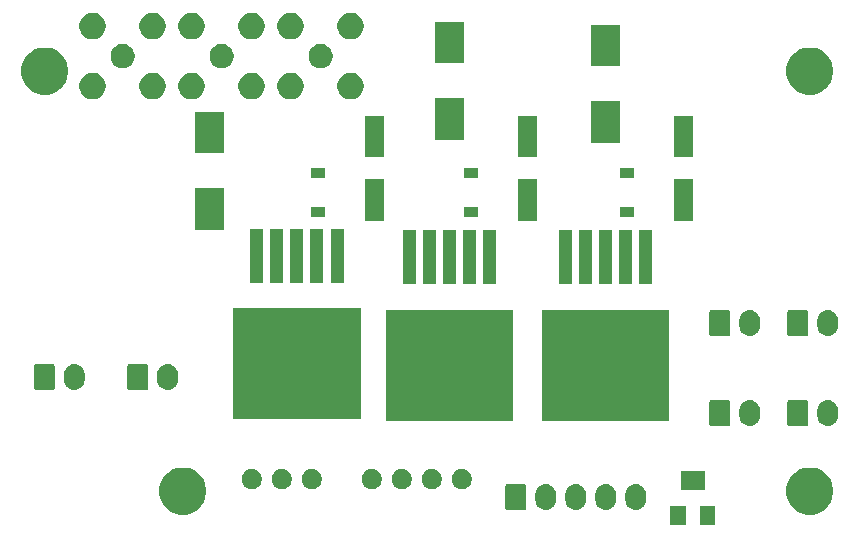
<source format=gbr>
G04 #@! TF.GenerationSoftware,KiCad,Pcbnew,5.1.4*
G04 #@! TF.CreationDate,2019-08-14T00:52:14-04:00*
G04 #@! TF.ProjectId,PowerRDP,506f7765-7252-4445-902e-6b696361645f,3*
G04 #@! TF.SameCoordinates,Original*
G04 #@! TF.FileFunction,Soldermask,Top*
G04 #@! TF.FilePolarity,Negative*
%FSLAX46Y46*%
G04 Gerber Fmt 4.6, Leading zero omitted, Abs format (unit mm)*
G04 Created by KiCad (PCBNEW 5.1.4) date 2019-08-14 00:52:14*
%MOMM*%
%LPD*%
G04 APERTURE LIST*
%ADD10C,0.100000*%
G04 APERTURE END LIST*
D10*
G36*
X144414000Y-89192000D02*
G01*
X143114000Y-89192000D01*
X143114000Y-87592000D01*
X144414000Y-87592000D01*
X144414000Y-89192000D01*
X144414000Y-89192000D01*
G37*
G36*
X141914000Y-89192000D02*
G01*
X140614000Y-89192000D01*
X140614000Y-87592000D01*
X141914000Y-87592000D01*
X141914000Y-89192000D01*
X141914000Y-89192000D01*
G37*
G36*
X152983377Y-84436858D02*
G01*
X153347353Y-84587622D01*
X153347355Y-84587623D01*
X153491237Y-84683762D01*
X153674925Y-84806498D01*
X153953502Y-85085075D01*
X154172378Y-85412647D01*
X154323142Y-85776623D01*
X154400000Y-86163016D01*
X154400000Y-86556984D01*
X154323142Y-86943377D01*
X154172378Y-87307353D01*
X153953502Y-87634925D01*
X153674925Y-87913502D01*
X153512251Y-88022197D01*
X153347355Y-88132377D01*
X153347354Y-88132378D01*
X153347353Y-88132378D01*
X152983377Y-88283142D01*
X152596984Y-88360000D01*
X152203016Y-88360000D01*
X151816623Y-88283142D01*
X151452647Y-88132378D01*
X151452646Y-88132378D01*
X151452645Y-88132377D01*
X151287749Y-88022197D01*
X151125075Y-87913502D01*
X150846498Y-87634925D01*
X150627622Y-87307353D01*
X150476858Y-86943377D01*
X150400000Y-86556984D01*
X150400000Y-86163016D01*
X150476858Y-85776623D01*
X150627622Y-85412647D01*
X150846498Y-85085075D01*
X151125075Y-84806498D01*
X151308763Y-84683762D01*
X151452645Y-84587623D01*
X151452647Y-84587622D01*
X151816623Y-84436858D01*
X152203016Y-84360000D01*
X152596984Y-84360000D01*
X152983377Y-84436858D01*
X152983377Y-84436858D01*
G37*
G36*
X99897377Y-84436858D02*
G01*
X100261353Y-84587622D01*
X100261355Y-84587623D01*
X100405237Y-84683762D01*
X100588925Y-84806498D01*
X100867502Y-85085075D01*
X101086378Y-85412647D01*
X101237142Y-85776623D01*
X101314000Y-86163016D01*
X101314000Y-86556984D01*
X101237142Y-86943377D01*
X101086378Y-87307353D01*
X100867502Y-87634925D01*
X100588925Y-87913502D01*
X100426251Y-88022197D01*
X100261355Y-88132377D01*
X100261354Y-88132378D01*
X100261353Y-88132378D01*
X99897377Y-88283142D01*
X99510984Y-88360000D01*
X99117016Y-88360000D01*
X98730623Y-88283142D01*
X98366647Y-88132378D01*
X98366646Y-88132378D01*
X98366645Y-88132377D01*
X98201749Y-88022197D01*
X98039075Y-87913502D01*
X97760498Y-87634925D01*
X97541622Y-87307353D01*
X97390858Y-86943377D01*
X97314000Y-86556984D01*
X97314000Y-86163016D01*
X97390858Y-85776623D01*
X97541622Y-85412647D01*
X97760498Y-85085075D01*
X98039075Y-84806498D01*
X98222763Y-84683762D01*
X98366645Y-84587623D01*
X98366647Y-84587622D01*
X98730623Y-84436858D01*
X99117016Y-84360000D01*
X99510984Y-84360000D01*
X99897377Y-84436858D01*
X99897377Y-84436858D01*
G37*
G36*
X132758547Y-85780588D02*
G01*
X132922547Y-85830337D01*
X133073683Y-85911121D01*
X133206160Y-86019840D01*
X133314879Y-86152317D01*
X133395663Y-86303452D01*
X133445412Y-86467452D01*
X133458000Y-86595262D01*
X133458000Y-87140737D01*
X133445412Y-87268547D01*
X133395663Y-87432548D01*
X133314879Y-87583683D01*
X133206160Y-87716160D01*
X133073683Y-87824879D01*
X132922548Y-87905663D01*
X132758548Y-87955412D01*
X132588000Y-87972209D01*
X132417453Y-87955412D01*
X132253453Y-87905663D01*
X132102318Y-87824879D01*
X131969841Y-87716160D01*
X131861123Y-87583685D01*
X131861122Y-87583683D01*
X131823518Y-87513332D01*
X131780336Y-87432546D01*
X131730588Y-87268548D01*
X131718000Y-87140738D01*
X131718000Y-86595263D01*
X131730588Y-86467453D01*
X131780337Y-86303453D01*
X131861121Y-86152317D01*
X131969840Y-86019840D01*
X132102317Y-85911121D01*
X132253452Y-85830337D01*
X132417452Y-85780588D01*
X132588000Y-85763791D01*
X132758547Y-85780588D01*
X132758547Y-85780588D01*
G37*
G36*
X135298547Y-85780588D02*
G01*
X135462547Y-85830337D01*
X135613683Y-85911121D01*
X135746160Y-86019840D01*
X135854879Y-86152317D01*
X135935663Y-86303452D01*
X135985412Y-86467452D01*
X135998000Y-86595262D01*
X135998000Y-87140737D01*
X135985412Y-87268547D01*
X135935663Y-87432548D01*
X135854879Y-87583683D01*
X135746160Y-87716160D01*
X135613683Y-87824879D01*
X135462548Y-87905663D01*
X135298548Y-87955412D01*
X135128000Y-87972209D01*
X134957453Y-87955412D01*
X134793453Y-87905663D01*
X134642318Y-87824879D01*
X134509841Y-87716160D01*
X134401123Y-87583685D01*
X134401122Y-87583683D01*
X134363518Y-87513332D01*
X134320336Y-87432546D01*
X134270588Y-87268548D01*
X134258000Y-87140738D01*
X134258000Y-86595263D01*
X134270588Y-86467453D01*
X134320337Y-86303453D01*
X134401121Y-86152317D01*
X134509840Y-86019840D01*
X134642317Y-85911121D01*
X134793452Y-85830337D01*
X134957452Y-85780588D01*
X135128000Y-85763791D01*
X135298547Y-85780588D01*
X135298547Y-85780588D01*
G37*
G36*
X137838547Y-85780588D02*
G01*
X138002547Y-85830337D01*
X138153683Y-85911121D01*
X138286160Y-86019840D01*
X138394879Y-86152317D01*
X138475663Y-86303452D01*
X138525412Y-86467452D01*
X138538000Y-86595262D01*
X138538000Y-87140737D01*
X138525412Y-87268547D01*
X138475663Y-87432548D01*
X138394879Y-87583683D01*
X138286160Y-87716160D01*
X138153683Y-87824879D01*
X138002548Y-87905663D01*
X137838548Y-87955412D01*
X137668000Y-87972209D01*
X137497453Y-87955412D01*
X137333453Y-87905663D01*
X137182318Y-87824879D01*
X137049841Y-87716160D01*
X136941123Y-87583685D01*
X136941122Y-87583683D01*
X136903518Y-87513332D01*
X136860336Y-87432546D01*
X136810588Y-87268548D01*
X136798000Y-87140738D01*
X136798000Y-86595263D01*
X136810588Y-86467453D01*
X136860337Y-86303453D01*
X136941121Y-86152317D01*
X137049840Y-86019840D01*
X137182317Y-85911121D01*
X137333452Y-85830337D01*
X137497452Y-85780588D01*
X137668000Y-85763791D01*
X137838547Y-85780588D01*
X137838547Y-85780588D01*
G37*
G36*
X130218547Y-85780588D02*
G01*
X130382547Y-85830337D01*
X130533683Y-85911121D01*
X130666160Y-86019840D01*
X130774879Y-86152317D01*
X130855663Y-86303452D01*
X130905412Y-86467452D01*
X130918000Y-86595262D01*
X130918000Y-87140737D01*
X130905412Y-87268547D01*
X130855663Y-87432548D01*
X130774879Y-87583683D01*
X130666160Y-87716160D01*
X130533683Y-87824879D01*
X130382548Y-87905663D01*
X130218548Y-87955412D01*
X130048000Y-87972209D01*
X129877453Y-87955412D01*
X129713453Y-87905663D01*
X129562318Y-87824879D01*
X129429841Y-87716160D01*
X129321123Y-87583685D01*
X129321122Y-87583683D01*
X129283518Y-87513332D01*
X129240336Y-87432546D01*
X129190588Y-87268548D01*
X129178000Y-87140738D01*
X129178000Y-86595263D01*
X129190588Y-86467453D01*
X129240337Y-86303453D01*
X129321121Y-86152317D01*
X129429840Y-86019840D01*
X129562317Y-85911121D01*
X129713452Y-85830337D01*
X129877452Y-85780588D01*
X130048000Y-85763791D01*
X130218547Y-85780588D01*
X130218547Y-85780588D01*
G37*
G36*
X128248355Y-85771685D02*
G01*
X128278434Y-85780809D01*
X128306146Y-85795622D01*
X128330441Y-85815559D01*
X128350378Y-85839854D01*
X128365191Y-85867566D01*
X128374315Y-85897645D01*
X128378000Y-85935059D01*
X128378000Y-87800941D01*
X128374315Y-87838355D01*
X128365191Y-87868434D01*
X128350378Y-87896146D01*
X128330441Y-87920441D01*
X128306146Y-87940378D01*
X128278434Y-87955191D01*
X128248355Y-87964315D01*
X128210941Y-87968000D01*
X126805059Y-87968000D01*
X126767645Y-87964315D01*
X126737566Y-87955191D01*
X126709854Y-87940378D01*
X126685559Y-87920441D01*
X126665622Y-87896146D01*
X126650809Y-87868434D01*
X126641685Y-87838355D01*
X126638000Y-87800941D01*
X126638000Y-85935059D01*
X126641685Y-85897645D01*
X126650809Y-85867566D01*
X126665622Y-85839854D01*
X126685559Y-85815559D01*
X126709854Y-85795622D01*
X126737566Y-85780809D01*
X126767645Y-85771685D01*
X126805059Y-85768000D01*
X128210941Y-85768000D01*
X128248355Y-85771685D01*
X128248355Y-85771685D01*
G37*
G36*
X143514000Y-86292000D02*
G01*
X141514000Y-86292000D01*
X141514000Y-84692000D01*
X143514000Y-84692000D01*
X143514000Y-86292000D01*
X143514000Y-86292000D01*
G37*
G36*
X110483935Y-84526664D02*
G01*
X110631099Y-84587622D01*
X110638626Y-84590740D01*
X110777844Y-84683762D01*
X110896238Y-84802156D01*
X110989260Y-84941374D01*
X110989261Y-84941376D01*
X111053336Y-85096065D01*
X111086000Y-85260281D01*
X111086000Y-85427719D01*
X111053336Y-85591935D01*
X110989261Y-85746624D01*
X110989260Y-85746626D01*
X110896238Y-85885844D01*
X110777844Y-86004238D01*
X110638626Y-86097260D01*
X110638625Y-86097261D01*
X110638624Y-86097261D01*
X110483935Y-86161336D01*
X110319719Y-86194000D01*
X110152281Y-86194000D01*
X109988065Y-86161336D01*
X109833376Y-86097261D01*
X109833375Y-86097261D01*
X109833374Y-86097260D01*
X109694156Y-86004238D01*
X109575762Y-85885844D01*
X109482740Y-85746626D01*
X109482739Y-85746624D01*
X109418664Y-85591935D01*
X109386000Y-85427719D01*
X109386000Y-85260281D01*
X109418664Y-85096065D01*
X109482739Y-84941376D01*
X109482740Y-84941374D01*
X109575762Y-84802156D01*
X109694156Y-84683762D01*
X109833374Y-84590740D01*
X109840901Y-84587622D01*
X109988065Y-84526664D01*
X110152281Y-84494000D01*
X110319719Y-84494000D01*
X110483935Y-84526664D01*
X110483935Y-84526664D01*
G37*
G36*
X115563935Y-84526664D02*
G01*
X115711099Y-84587622D01*
X115718626Y-84590740D01*
X115857844Y-84683762D01*
X115976238Y-84802156D01*
X116069260Y-84941374D01*
X116069261Y-84941376D01*
X116133336Y-85096065D01*
X116166000Y-85260281D01*
X116166000Y-85427719D01*
X116133336Y-85591935D01*
X116069261Y-85746624D01*
X116069260Y-85746626D01*
X115976238Y-85885844D01*
X115857844Y-86004238D01*
X115718626Y-86097260D01*
X115718625Y-86097261D01*
X115718624Y-86097261D01*
X115563935Y-86161336D01*
X115399719Y-86194000D01*
X115232281Y-86194000D01*
X115068065Y-86161336D01*
X114913376Y-86097261D01*
X114913375Y-86097261D01*
X114913374Y-86097260D01*
X114774156Y-86004238D01*
X114655762Y-85885844D01*
X114562740Y-85746626D01*
X114562739Y-85746624D01*
X114498664Y-85591935D01*
X114466000Y-85427719D01*
X114466000Y-85260281D01*
X114498664Y-85096065D01*
X114562739Y-84941376D01*
X114562740Y-84941374D01*
X114655762Y-84802156D01*
X114774156Y-84683762D01*
X114913374Y-84590740D01*
X114920901Y-84587622D01*
X115068065Y-84526664D01*
X115232281Y-84494000D01*
X115399719Y-84494000D01*
X115563935Y-84526664D01*
X115563935Y-84526664D01*
G37*
G36*
X118103935Y-84526664D02*
G01*
X118251099Y-84587622D01*
X118258626Y-84590740D01*
X118397844Y-84683762D01*
X118516238Y-84802156D01*
X118609260Y-84941374D01*
X118609261Y-84941376D01*
X118673336Y-85096065D01*
X118706000Y-85260281D01*
X118706000Y-85427719D01*
X118673336Y-85591935D01*
X118609261Y-85746624D01*
X118609260Y-85746626D01*
X118516238Y-85885844D01*
X118397844Y-86004238D01*
X118258626Y-86097260D01*
X118258625Y-86097261D01*
X118258624Y-86097261D01*
X118103935Y-86161336D01*
X117939719Y-86194000D01*
X117772281Y-86194000D01*
X117608065Y-86161336D01*
X117453376Y-86097261D01*
X117453375Y-86097261D01*
X117453374Y-86097260D01*
X117314156Y-86004238D01*
X117195762Y-85885844D01*
X117102740Y-85746626D01*
X117102739Y-85746624D01*
X117038664Y-85591935D01*
X117006000Y-85427719D01*
X117006000Y-85260281D01*
X117038664Y-85096065D01*
X117102739Y-84941376D01*
X117102740Y-84941374D01*
X117195762Y-84802156D01*
X117314156Y-84683762D01*
X117453374Y-84590740D01*
X117460901Y-84587622D01*
X117608065Y-84526664D01*
X117772281Y-84494000D01*
X117939719Y-84494000D01*
X118103935Y-84526664D01*
X118103935Y-84526664D01*
G37*
G36*
X120643935Y-84526664D02*
G01*
X120791099Y-84587622D01*
X120798626Y-84590740D01*
X120937844Y-84683762D01*
X121056238Y-84802156D01*
X121149260Y-84941374D01*
X121149261Y-84941376D01*
X121213336Y-85096065D01*
X121246000Y-85260281D01*
X121246000Y-85427719D01*
X121213336Y-85591935D01*
X121149261Y-85746624D01*
X121149260Y-85746626D01*
X121056238Y-85885844D01*
X120937844Y-86004238D01*
X120798626Y-86097260D01*
X120798625Y-86097261D01*
X120798624Y-86097261D01*
X120643935Y-86161336D01*
X120479719Y-86194000D01*
X120312281Y-86194000D01*
X120148065Y-86161336D01*
X119993376Y-86097261D01*
X119993375Y-86097261D01*
X119993374Y-86097260D01*
X119854156Y-86004238D01*
X119735762Y-85885844D01*
X119642740Y-85746626D01*
X119642739Y-85746624D01*
X119578664Y-85591935D01*
X119546000Y-85427719D01*
X119546000Y-85260281D01*
X119578664Y-85096065D01*
X119642739Y-84941376D01*
X119642740Y-84941374D01*
X119735762Y-84802156D01*
X119854156Y-84683762D01*
X119993374Y-84590740D01*
X120000901Y-84587622D01*
X120148065Y-84526664D01*
X120312281Y-84494000D01*
X120479719Y-84494000D01*
X120643935Y-84526664D01*
X120643935Y-84526664D01*
G37*
G36*
X123183935Y-84526664D02*
G01*
X123331099Y-84587622D01*
X123338626Y-84590740D01*
X123477844Y-84683762D01*
X123596238Y-84802156D01*
X123689260Y-84941374D01*
X123689261Y-84941376D01*
X123753336Y-85096065D01*
X123786000Y-85260281D01*
X123786000Y-85427719D01*
X123753336Y-85591935D01*
X123689261Y-85746624D01*
X123689260Y-85746626D01*
X123596238Y-85885844D01*
X123477844Y-86004238D01*
X123338626Y-86097260D01*
X123338625Y-86097261D01*
X123338624Y-86097261D01*
X123183935Y-86161336D01*
X123019719Y-86194000D01*
X122852281Y-86194000D01*
X122688065Y-86161336D01*
X122533376Y-86097261D01*
X122533375Y-86097261D01*
X122533374Y-86097260D01*
X122394156Y-86004238D01*
X122275762Y-85885844D01*
X122182740Y-85746626D01*
X122182739Y-85746624D01*
X122118664Y-85591935D01*
X122086000Y-85427719D01*
X122086000Y-85260281D01*
X122118664Y-85096065D01*
X122182739Y-84941376D01*
X122182740Y-84941374D01*
X122275762Y-84802156D01*
X122394156Y-84683762D01*
X122533374Y-84590740D01*
X122540901Y-84587622D01*
X122688065Y-84526664D01*
X122852281Y-84494000D01*
X123019719Y-84494000D01*
X123183935Y-84526664D01*
X123183935Y-84526664D01*
G37*
G36*
X107943935Y-84526664D02*
G01*
X108091099Y-84587622D01*
X108098626Y-84590740D01*
X108237844Y-84683762D01*
X108356238Y-84802156D01*
X108449260Y-84941374D01*
X108449261Y-84941376D01*
X108513336Y-85096065D01*
X108546000Y-85260281D01*
X108546000Y-85427719D01*
X108513336Y-85591935D01*
X108449261Y-85746624D01*
X108449260Y-85746626D01*
X108356238Y-85885844D01*
X108237844Y-86004238D01*
X108098626Y-86097260D01*
X108098625Y-86097261D01*
X108098624Y-86097261D01*
X107943935Y-86161336D01*
X107779719Y-86194000D01*
X107612281Y-86194000D01*
X107448065Y-86161336D01*
X107293376Y-86097261D01*
X107293375Y-86097261D01*
X107293374Y-86097260D01*
X107154156Y-86004238D01*
X107035762Y-85885844D01*
X106942740Y-85746626D01*
X106942739Y-85746624D01*
X106878664Y-85591935D01*
X106846000Y-85427719D01*
X106846000Y-85260281D01*
X106878664Y-85096065D01*
X106942739Y-84941376D01*
X106942740Y-84941374D01*
X107035762Y-84802156D01*
X107154156Y-84683762D01*
X107293374Y-84590740D01*
X107300901Y-84587622D01*
X107448065Y-84526664D01*
X107612281Y-84494000D01*
X107779719Y-84494000D01*
X107943935Y-84526664D01*
X107943935Y-84526664D01*
G37*
G36*
X105403935Y-84526664D02*
G01*
X105551099Y-84587622D01*
X105558626Y-84590740D01*
X105697844Y-84683762D01*
X105816238Y-84802156D01*
X105909260Y-84941374D01*
X105909261Y-84941376D01*
X105973336Y-85096065D01*
X106006000Y-85260281D01*
X106006000Y-85427719D01*
X105973336Y-85591935D01*
X105909261Y-85746624D01*
X105909260Y-85746626D01*
X105816238Y-85885844D01*
X105697844Y-86004238D01*
X105558626Y-86097260D01*
X105558625Y-86097261D01*
X105558624Y-86097261D01*
X105403935Y-86161336D01*
X105239719Y-86194000D01*
X105072281Y-86194000D01*
X104908065Y-86161336D01*
X104753376Y-86097261D01*
X104753375Y-86097261D01*
X104753374Y-86097260D01*
X104614156Y-86004238D01*
X104495762Y-85885844D01*
X104402740Y-85746626D01*
X104402739Y-85746624D01*
X104338664Y-85591935D01*
X104306000Y-85427719D01*
X104306000Y-85260281D01*
X104338664Y-85096065D01*
X104402739Y-84941376D01*
X104402740Y-84941374D01*
X104495762Y-84802156D01*
X104614156Y-84683762D01*
X104753374Y-84590740D01*
X104760901Y-84587622D01*
X104908065Y-84526664D01*
X105072281Y-84494000D01*
X105239719Y-84494000D01*
X105403935Y-84526664D01*
X105403935Y-84526664D01*
G37*
G36*
X154094547Y-78668588D02*
G01*
X154258547Y-78718337D01*
X154409683Y-78799121D01*
X154542160Y-78907840D01*
X154650879Y-79040317D01*
X154731663Y-79191452D01*
X154781412Y-79355452D01*
X154794000Y-79483262D01*
X154794000Y-80028737D01*
X154781412Y-80156547D01*
X154731663Y-80320548D01*
X154650879Y-80471683D01*
X154542160Y-80604160D01*
X154409683Y-80712879D01*
X154258548Y-80793663D01*
X154094548Y-80843412D01*
X153924000Y-80860209D01*
X153753453Y-80843412D01*
X153589453Y-80793663D01*
X153438318Y-80712879D01*
X153305841Y-80604160D01*
X153197123Y-80471685D01*
X153197122Y-80471683D01*
X153154530Y-80392000D01*
X153116336Y-80320546D01*
X153066588Y-80156548D01*
X153054000Y-80028738D01*
X153054000Y-79483263D01*
X153066588Y-79355453D01*
X153116337Y-79191453D01*
X153197121Y-79040317D01*
X153305840Y-78907840D01*
X153438317Y-78799121D01*
X153589452Y-78718337D01*
X153753452Y-78668588D01*
X153924000Y-78651791D01*
X154094547Y-78668588D01*
X154094547Y-78668588D01*
G37*
G36*
X147490547Y-78668588D02*
G01*
X147654547Y-78718337D01*
X147805683Y-78799121D01*
X147938160Y-78907840D01*
X148046879Y-79040317D01*
X148127663Y-79191452D01*
X148177412Y-79355452D01*
X148190000Y-79483262D01*
X148190000Y-80028737D01*
X148177412Y-80156547D01*
X148127663Y-80320548D01*
X148046879Y-80471683D01*
X147938160Y-80604160D01*
X147805683Y-80712879D01*
X147654548Y-80793663D01*
X147490548Y-80843412D01*
X147320000Y-80860209D01*
X147149453Y-80843412D01*
X146985453Y-80793663D01*
X146834318Y-80712879D01*
X146701841Y-80604160D01*
X146593123Y-80471685D01*
X146593122Y-80471683D01*
X146550530Y-80392000D01*
X146512336Y-80320546D01*
X146462588Y-80156548D01*
X146450000Y-80028738D01*
X146450000Y-79483263D01*
X146462588Y-79355453D01*
X146512337Y-79191453D01*
X146593121Y-79040317D01*
X146701840Y-78907840D01*
X146834317Y-78799121D01*
X146985452Y-78718337D01*
X147149452Y-78668588D01*
X147320000Y-78651791D01*
X147490547Y-78668588D01*
X147490547Y-78668588D01*
G37*
G36*
X145520355Y-78659685D02*
G01*
X145550434Y-78668809D01*
X145578146Y-78683622D01*
X145602441Y-78703559D01*
X145622378Y-78727854D01*
X145637191Y-78755566D01*
X145646315Y-78785645D01*
X145650000Y-78823059D01*
X145650000Y-80688941D01*
X145646315Y-80726355D01*
X145637191Y-80756434D01*
X145622378Y-80784146D01*
X145602441Y-80808441D01*
X145578146Y-80828378D01*
X145550434Y-80843191D01*
X145520355Y-80852315D01*
X145482941Y-80856000D01*
X144077059Y-80856000D01*
X144039645Y-80852315D01*
X144009566Y-80843191D01*
X143981854Y-80828378D01*
X143957559Y-80808441D01*
X143937622Y-80784146D01*
X143922809Y-80756434D01*
X143913685Y-80726355D01*
X143910000Y-80688941D01*
X143910000Y-78823059D01*
X143913685Y-78785645D01*
X143922809Y-78755566D01*
X143937622Y-78727854D01*
X143957559Y-78703559D01*
X143981854Y-78683622D01*
X144009566Y-78668809D01*
X144039645Y-78659685D01*
X144077059Y-78656000D01*
X145482941Y-78656000D01*
X145520355Y-78659685D01*
X145520355Y-78659685D01*
G37*
G36*
X152124355Y-78659685D02*
G01*
X152154434Y-78668809D01*
X152182146Y-78683622D01*
X152206441Y-78703559D01*
X152226378Y-78727854D01*
X152241191Y-78755566D01*
X152250315Y-78785645D01*
X152254000Y-78823059D01*
X152254000Y-80688941D01*
X152250315Y-80726355D01*
X152241191Y-80756434D01*
X152226378Y-80784146D01*
X152206441Y-80808441D01*
X152182146Y-80828378D01*
X152154434Y-80843191D01*
X152124355Y-80852315D01*
X152086941Y-80856000D01*
X150681059Y-80856000D01*
X150643645Y-80852315D01*
X150613566Y-80843191D01*
X150585854Y-80828378D01*
X150561559Y-80808441D01*
X150541622Y-80784146D01*
X150526809Y-80756434D01*
X150517685Y-80726355D01*
X150514000Y-80688941D01*
X150514000Y-78823059D01*
X150517685Y-78785645D01*
X150526809Y-78755566D01*
X150541622Y-78727854D01*
X150561559Y-78703559D01*
X150585854Y-78683622D01*
X150613566Y-78668809D01*
X150643645Y-78659685D01*
X150681059Y-78656000D01*
X152086941Y-78656000D01*
X152124355Y-78659685D01*
X152124355Y-78659685D01*
G37*
G36*
X140528000Y-80392000D02*
G01*
X129728000Y-80392000D01*
X129728000Y-70992000D01*
X140528000Y-70992000D01*
X140528000Y-80392000D01*
X140528000Y-80392000D01*
G37*
G36*
X127320000Y-80392000D02*
G01*
X116520000Y-80392000D01*
X116520000Y-70992000D01*
X127320000Y-70992000D01*
X127320000Y-80392000D01*
X127320000Y-80392000D01*
G37*
G36*
X114385000Y-80277000D02*
G01*
X103585000Y-80277000D01*
X103585000Y-70877000D01*
X114385000Y-70877000D01*
X114385000Y-80277000D01*
X114385000Y-80277000D01*
G37*
G36*
X98210547Y-75620588D02*
G01*
X98374547Y-75670337D01*
X98525683Y-75751121D01*
X98658160Y-75859840D01*
X98766879Y-75992317D01*
X98847663Y-76143452D01*
X98897412Y-76307452D01*
X98910000Y-76435262D01*
X98910000Y-76980737D01*
X98897412Y-77108547D01*
X98847663Y-77272548D01*
X98766879Y-77423683D01*
X98658160Y-77556160D01*
X98525683Y-77664879D01*
X98374548Y-77745663D01*
X98210548Y-77795412D01*
X98040000Y-77812209D01*
X97869453Y-77795412D01*
X97705453Y-77745663D01*
X97554318Y-77664879D01*
X97421841Y-77556160D01*
X97313123Y-77423685D01*
X97313122Y-77423683D01*
X97275518Y-77353332D01*
X97232336Y-77272546D01*
X97182588Y-77108548D01*
X97170000Y-76980738D01*
X97170000Y-76435263D01*
X97182588Y-76307453D01*
X97232337Y-76143453D01*
X97313121Y-75992317D01*
X97421840Y-75859840D01*
X97554317Y-75751121D01*
X97705452Y-75670337D01*
X97869452Y-75620588D01*
X98040000Y-75603791D01*
X98210547Y-75620588D01*
X98210547Y-75620588D01*
G37*
G36*
X96240355Y-75611685D02*
G01*
X96270434Y-75620809D01*
X96298146Y-75635622D01*
X96322441Y-75655559D01*
X96342378Y-75679854D01*
X96357191Y-75707566D01*
X96366315Y-75737645D01*
X96370000Y-75775059D01*
X96370000Y-77640941D01*
X96366315Y-77678355D01*
X96357191Y-77708434D01*
X96342378Y-77736146D01*
X96322441Y-77760441D01*
X96298146Y-77780378D01*
X96270434Y-77795191D01*
X96240355Y-77804315D01*
X96202941Y-77808000D01*
X94797059Y-77808000D01*
X94759645Y-77804315D01*
X94729566Y-77795191D01*
X94701854Y-77780378D01*
X94677559Y-77760441D01*
X94657622Y-77736146D01*
X94642809Y-77708434D01*
X94633685Y-77678355D01*
X94630000Y-77640941D01*
X94630000Y-75775059D01*
X94633685Y-75737645D01*
X94642809Y-75707566D01*
X94657622Y-75679854D01*
X94677559Y-75655559D01*
X94701854Y-75635622D01*
X94729566Y-75620809D01*
X94759645Y-75611685D01*
X94797059Y-75608000D01*
X96202941Y-75608000D01*
X96240355Y-75611685D01*
X96240355Y-75611685D01*
G37*
G36*
X90310547Y-75612588D02*
G01*
X90474547Y-75662337D01*
X90625683Y-75743121D01*
X90758160Y-75851840D01*
X90866879Y-75984317D01*
X90947663Y-76135452D01*
X90997412Y-76299452D01*
X91010000Y-76427262D01*
X91010000Y-76972737D01*
X90997412Y-77100547D01*
X90947663Y-77264548D01*
X90866879Y-77415683D01*
X90758160Y-77548160D01*
X90625683Y-77656879D01*
X90474548Y-77737663D01*
X90310548Y-77787412D01*
X90140000Y-77804209D01*
X89969453Y-77787412D01*
X89805453Y-77737663D01*
X89654318Y-77656879D01*
X89521841Y-77548160D01*
X89419688Y-77423685D01*
X89413122Y-77415684D01*
X89375518Y-77345332D01*
X89332336Y-77264546D01*
X89282588Y-77100548D01*
X89270000Y-76972738D01*
X89270000Y-76427263D01*
X89282588Y-76299453D01*
X89329910Y-76143453D01*
X89332336Y-76135456D01*
X89332337Y-76135453D01*
X89413121Y-75984317D01*
X89521840Y-75851840D01*
X89654317Y-75743121D01*
X89805452Y-75662337D01*
X89969452Y-75612588D01*
X90140000Y-75595791D01*
X90310547Y-75612588D01*
X90310547Y-75612588D01*
G37*
G36*
X88340355Y-75603685D02*
G01*
X88370434Y-75612809D01*
X88398146Y-75627622D01*
X88422441Y-75647559D01*
X88442378Y-75671854D01*
X88457191Y-75699566D01*
X88466315Y-75729645D01*
X88470000Y-75767059D01*
X88470000Y-77632941D01*
X88466315Y-77670355D01*
X88457191Y-77700434D01*
X88442378Y-77728146D01*
X88422441Y-77752441D01*
X88398146Y-77772378D01*
X88370434Y-77787191D01*
X88340355Y-77796315D01*
X88302941Y-77800000D01*
X86897059Y-77800000D01*
X86859645Y-77796315D01*
X86829566Y-77787191D01*
X86801854Y-77772378D01*
X86777559Y-77752441D01*
X86757622Y-77728146D01*
X86742809Y-77700434D01*
X86733685Y-77670355D01*
X86730000Y-77632941D01*
X86730000Y-75767059D01*
X86733685Y-75729645D01*
X86742809Y-75699566D01*
X86757622Y-75671854D01*
X86777559Y-75647559D01*
X86801854Y-75627622D01*
X86829566Y-75612809D01*
X86859645Y-75603685D01*
X86897059Y-75600000D01*
X88302941Y-75600000D01*
X88340355Y-75603685D01*
X88340355Y-75603685D01*
G37*
G36*
X147490547Y-71048588D02*
G01*
X147654547Y-71098337D01*
X147805683Y-71179121D01*
X147938160Y-71287840D01*
X148046879Y-71420317D01*
X148127663Y-71571452D01*
X148177412Y-71735452D01*
X148190000Y-71863262D01*
X148190000Y-72408737D01*
X148177412Y-72536547D01*
X148127663Y-72700548D01*
X148046879Y-72851683D01*
X147938160Y-72984160D01*
X147805683Y-73092879D01*
X147654548Y-73173663D01*
X147490548Y-73223412D01*
X147320000Y-73240209D01*
X147149453Y-73223412D01*
X146985453Y-73173663D01*
X146834318Y-73092879D01*
X146701841Y-72984160D01*
X146593123Y-72851685D01*
X146593122Y-72851683D01*
X146555518Y-72781332D01*
X146512336Y-72700546D01*
X146462588Y-72536548D01*
X146450000Y-72408738D01*
X146450000Y-71863263D01*
X146462588Y-71735453D01*
X146512337Y-71571453D01*
X146593121Y-71420317D01*
X146701840Y-71287840D01*
X146834317Y-71179121D01*
X146985452Y-71098337D01*
X147149452Y-71048588D01*
X147320000Y-71031791D01*
X147490547Y-71048588D01*
X147490547Y-71048588D01*
G37*
G36*
X154094547Y-71048588D02*
G01*
X154258547Y-71098337D01*
X154409683Y-71179121D01*
X154542160Y-71287840D01*
X154650879Y-71420317D01*
X154731663Y-71571452D01*
X154781412Y-71735452D01*
X154794000Y-71863262D01*
X154794000Y-72408737D01*
X154781412Y-72536547D01*
X154731663Y-72700548D01*
X154650879Y-72851683D01*
X154542160Y-72984160D01*
X154409683Y-73092879D01*
X154258548Y-73173663D01*
X154094548Y-73223412D01*
X153924000Y-73240209D01*
X153753453Y-73223412D01*
X153589453Y-73173663D01*
X153438318Y-73092879D01*
X153305841Y-72984160D01*
X153197123Y-72851685D01*
X153197122Y-72851683D01*
X153159518Y-72781332D01*
X153116336Y-72700546D01*
X153066588Y-72536548D01*
X153054000Y-72408738D01*
X153054000Y-71863263D01*
X153066588Y-71735453D01*
X153116337Y-71571453D01*
X153197121Y-71420317D01*
X153305840Y-71287840D01*
X153438317Y-71179121D01*
X153589452Y-71098337D01*
X153753452Y-71048588D01*
X153924000Y-71031791D01*
X154094547Y-71048588D01*
X154094547Y-71048588D01*
G37*
G36*
X145520355Y-71039685D02*
G01*
X145550434Y-71048809D01*
X145578146Y-71063622D01*
X145602441Y-71083559D01*
X145622378Y-71107854D01*
X145637191Y-71135566D01*
X145646315Y-71165645D01*
X145650000Y-71203059D01*
X145650000Y-73068941D01*
X145646315Y-73106355D01*
X145637191Y-73136434D01*
X145622378Y-73164146D01*
X145602441Y-73188441D01*
X145578146Y-73208378D01*
X145550434Y-73223191D01*
X145520355Y-73232315D01*
X145482941Y-73236000D01*
X144077059Y-73236000D01*
X144039645Y-73232315D01*
X144009566Y-73223191D01*
X143981854Y-73208378D01*
X143957559Y-73188441D01*
X143937622Y-73164146D01*
X143922809Y-73136434D01*
X143913685Y-73106355D01*
X143910000Y-73068941D01*
X143910000Y-71203059D01*
X143913685Y-71165645D01*
X143922809Y-71135566D01*
X143937622Y-71107854D01*
X143957559Y-71083559D01*
X143981854Y-71063622D01*
X144009566Y-71048809D01*
X144039645Y-71039685D01*
X144077059Y-71036000D01*
X145482941Y-71036000D01*
X145520355Y-71039685D01*
X145520355Y-71039685D01*
G37*
G36*
X152124355Y-71039685D02*
G01*
X152154434Y-71048809D01*
X152182146Y-71063622D01*
X152206441Y-71083559D01*
X152226378Y-71107854D01*
X152241191Y-71135566D01*
X152250315Y-71165645D01*
X152254000Y-71203059D01*
X152254000Y-73068941D01*
X152250315Y-73106355D01*
X152241191Y-73136434D01*
X152226378Y-73164146D01*
X152206441Y-73188441D01*
X152182146Y-73208378D01*
X152154434Y-73223191D01*
X152124355Y-73232315D01*
X152086941Y-73236000D01*
X150681059Y-73236000D01*
X150643645Y-73232315D01*
X150613566Y-73223191D01*
X150585854Y-73208378D01*
X150561559Y-73188441D01*
X150541622Y-73164146D01*
X150526809Y-73136434D01*
X150517685Y-73106355D01*
X150514000Y-73068941D01*
X150514000Y-71203059D01*
X150517685Y-71165645D01*
X150526809Y-71135566D01*
X150541622Y-71107854D01*
X150561559Y-71083559D01*
X150585854Y-71063622D01*
X150613566Y-71048809D01*
X150643645Y-71039685D01*
X150681059Y-71036000D01*
X152086941Y-71036000D01*
X152124355Y-71039685D01*
X152124355Y-71039685D01*
G37*
G36*
X132278000Y-68842000D02*
G01*
X131178000Y-68842000D01*
X131178000Y-64242000D01*
X132278000Y-64242000D01*
X132278000Y-68842000D01*
X132278000Y-68842000D01*
G37*
G36*
X135678000Y-68842000D02*
G01*
X134578000Y-68842000D01*
X134578000Y-64242000D01*
X135678000Y-64242000D01*
X135678000Y-68842000D01*
X135678000Y-68842000D01*
G37*
G36*
X137378000Y-68842000D02*
G01*
X136278000Y-68842000D01*
X136278000Y-64242000D01*
X137378000Y-64242000D01*
X137378000Y-68842000D01*
X137378000Y-68842000D01*
G37*
G36*
X125870000Y-68842000D02*
G01*
X124770000Y-68842000D01*
X124770000Y-64242000D01*
X125870000Y-64242000D01*
X125870000Y-68842000D01*
X125870000Y-68842000D01*
G37*
G36*
X124170000Y-68842000D02*
G01*
X123070000Y-68842000D01*
X123070000Y-64242000D01*
X124170000Y-64242000D01*
X124170000Y-68842000D01*
X124170000Y-68842000D01*
G37*
G36*
X120770000Y-68842000D02*
G01*
X119670000Y-68842000D01*
X119670000Y-64242000D01*
X120770000Y-64242000D01*
X120770000Y-68842000D01*
X120770000Y-68842000D01*
G37*
G36*
X122470000Y-68842000D02*
G01*
X121370000Y-68842000D01*
X121370000Y-64242000D01*
X122470000Y-64242000D01*
X122470000Y-68842000D01*
X122470000Y-68842000D01*
G37*
G36*
X139078000Y-68842000D02*
G01*
X137978000Y-68842000D01*
X137978000Y-64242000D01*
X139078000Y-64242000D01*
X139078000Y-68842000D01*
X139078000Y-68842000D01*
G37*
G36*
X119070000Y-68842000D02*
G01*
X117970000Y-68842000D01*
X117970000Y-64242000D01*
X119070000Y-64242000D01*
X119070000Y-68842000D01*
X119070000Y-68842000D01*
G37*
G36*
X133978000Y-68842000D02*
G01*
X132878000Y-68842000D01*
X132878000Y-64242000D01*
X133978000Y-64242000D01*
X133978000Y-68842000D01*
X133978000Y-68842000D01*
G37*
G36*
X106135000Y-68727000D02*
G01*
X105035000Y-68727000D01*
X105035000Y-64127000D01*
X106135000Y-64127000D01*
X106135000Y-68727000D01*
X106135000Y-68727000D01*
G37*
G36*
X109535000Y-68727000D02*
G01*
X108435000Y-68727000D01*
X108435000Y-64127000D01*
X109535000Y-64127000D01*
X109535000Y-68727000D01*
X109535000Y-68727000D01*
G37*
G36*
X107835000Y-68727000D02*
G01*
X106735000Y-68727000D01*
X106735000Y-64127000D01*
X107835000Y-64127000D01*
X107835000Y-68727000D01*
X107835000Y-68727000D01*
G37*
G36*
X111235000Y-68727000D02*
G01*
X110135000Y-68727000D01*
X110135000Y-64127000D01*
X111235000Y-64127000D01*
X111235000Y-68727000D01*
X111235000Y-68727000D01*
G37*
G36*
X112935000Y-68727000D02*
G01*
X111835000Y-68727000D01*
X111835000Y-64127000D01*
X112935000Y-64127000D01*
X112935000Y-68727000D01*
X112935000Y-68727000D01*
G37*
G36*
X102850000Y-64234000D02*
G01*
X100350000Y-64234000D01*
X100350000Y-60734000D01*
X102850000Y-60734000D01*
X102850000Y-64234000D01*
X102850000Y-64234000D01*
G37*
G36*
X116370000Y-63472000D02*
G01*
X114770000Y-63472000D01*
X114770000Y-59972000D01*
X116370000Y-59972000D01*
X116370000Y-63472000D01*
X116370000Y-63472000D01*
G37*
G36*
X142532000Y-63472000D02*
G01*
X140932000Y-63472000D01*
X140932000Y-59972000D01*
X142532000Y-59972000D01*
X142532000Y-63472000D01*
X142532000Y-63472000D01*
G37*
G36*
X129324000Y-63472000D02*
G01*
X127724000Y-63472000D01*
X127724000Y-59972000D01*
X129324000Y-59972000D01*
X129324000Y-63472000D01*
X129324000Y-63472000D01*
G37*
G36*
X111344000Y-63188000D02*
G01*
X110144000Y-63188000D01*
X110144000Y-62288000D01*
X111344000Y-62288000D01*
X111344000Y-63188000D01*
X111344000Y-63188000D01*
G37*
G36*
X137506000Y-63188000D02*
G01*
X136306000Y-63188000D01*
X136306000Y-62288000D01*
X137506000Y-62288000D01*
X137506000Y-63188000D01*
X137506000Y-63188000D01*
G37*
G36*
X124298000Y-63186000D02*
G01*
X123098000Y-63186000D01*
X123098000Y-62286000D01*
X124298000Y-62286000D01*
X124298000Y-63186000D01*
X124298000Y-63186000D01*
G37*
G36*
X111344000Y-59888000D02*
G01*
X110144000Y-59888000D01*
X110144000Y-58988000D01*
X111344000Y-58988000D01*
X111344000Y-59888000D01*
X111344000Y-59888000D01*
G37*
G36*
X137506000Y-59888000D02*
G01*
X136306000Y-59888000D01*
X136306000Y-58988000D01*
X137506000Y-58988000D01*
X137506000Y-59888000D01*
X137506000Y-59888000D01*
G37*
G36*
X124298000Y-59886000D02*
G01*
X123098000Y-59886000D01*
X123098000Y-58986000D01*
X124298000Y-58986000D01*
X124298000Y-59886000D01*
X124298000Y-59886000D01*
G37*
G36*
X142532000Y-58072000D02*
G01*
X140932000Y-58072000D01*
X140932000Y-54572000D01*
X142532000Y-54572000D01*
X142532000Y-58072000D01*
X142532000Y-58072000D01*
G37*
G36*
X116370000Y-58072000D02*
G01*
X114770000Y-58072000D01*
X114770000Y-54572000D01*
X116370000Y-54572000D01*
X116370000Y-58072000D01*
X116370000Y-58072000D01*
G37*
G36*
X129324000Y-58072000D02*
G01*
X127724000Y-58072000D01*
X127724000Y-54572000D01*
X129324000Y-54572000D01*
X129324000Y-58072000D01*
X129324000Y-58072000D01*
G37*
G36*
X102850000Y-57734000D02*
G01*
X100350000Y-57734000D01*
X100350000Y-54234000D01*
X102850000Y-54234000D01*
X102850000Y-57734000D01*
X102850000Y-57734000D01*
G37*
G36*
X136378000Y-56868000D02*
G01*
X133878000Y-56868000D01*
X133878000Y-53368000D01*
X136378000Y-53368000D01*
X136378000Y-56868000D01*
X136378000Y-56868000D01*
G37*
G36*
X123170000Y-56614000D02*
G01*
X120670000Y-56614000D01*
X120670000Y-53114000D01*
X123170000Y-53114000D01*
X123170000Y-56614000D01*
X123170000Y-56614000D01*
G37*
G36*
X108677476Y-50966616D02*
G01*
X108786150Y-50988233D01*
X108990887Y-51073038D01*
X109175145Y-51196156D01*
X109331844Y-51352855D01*
X109454962Y-51537113D01*
X109539767Y-51741850D01*
X109583000Y-51959197D01*
X109583000Y-52180803D01*
X109539767Y-52398150D01*
X109454962Y-52602887D01*
X109331844Y-52787145D01*
X109175145Y-52943844D01*
X108990887Y-53066962D01*
X108786150Y-53151767D01*
X108677476Y-53173384D01*
X108568804Y-53195000D01*
X108347196Y-53195000D01*
X108238523Y-53173383D01*
X108129850Y-53151767D01*
X107925113Y-53066962D01*
X107740855Y-52943844D01*
X107584156Y-52787145D01*
X107461038Y-52602887D01*
X107376233Y-52398150D01*
X107333000Y-52180803D01*
X107333000Y-51959197D01*
X107376233Y-51741850D01*
X107461038Y-51537113D01*
X107584156Y-51352855D01*
X107740855Y-51196156D01*
X107925113Y-51073038D01*
X108129850Y-50988233D01*
X108238524Y-50966616D01*
X108347196Y-50945000D01*
X108568804Y-50945000D01*
X108677476Y-50966616D01*
X108677476Y-50966616D01*
G37*
G36*
X96993476Y-50966616D02*
G01*
X97102150Y-50988233D01*
X97306887Y-51073038D01*
X97491145Y-51196156D01*
X97647844Y-51352855D01*
X97770962Y-51537113D01*
X97855767Y-51741850D01*
X97899000Y-51959197D01*
X97899000Y-52180803D01*
X97855767Y-52398150D01*
X97770962Y-52602887D01*
X97647844Y-52787145D01*
X97491145Y-52943844D01*
X97306887Y-53066962D01*
X97102150Y-53151767D01*
X96993476Y-53173384D01*
X96884804Y-53195000D01*
X96663196Y-53195000D01*
X96554523Y-53173383D01*
X96445850Y-53151767D01*
X96241113Y-53066962D01*
X96056855Y-52943844D01*
X95900156Y-52787145D01*
X95777038Y-52602887D01*
X95692233Y-52398150D01*
X95649000Y-52180803D01*
X95649000Y-51959197D01*
X95692233Y-51741850D01*
X95777038Y-51537113D01*
X95900156Y-51352855D01*
X96056855Y-51196156D01*
X96241113Y-51073038D01*
X96445850Y-50988233D01*
X96554524Y-50966616D01*
X96663196Y-50945000D01*
X96884804Y-50945000D01*
X96993476Y-50966616D01*
X96993476Y-50966616D01*
G37*
G36*
X91913476Y-50966616D02*
G01*
X92022150Y-50988233D01*
X92226887Y-51073038D01*
X92411145Y-51196156D01*
X92567844Y-51352855D01*
X92690962Y-51537113D01*
X92775767Y-51741850D01*
X92819000Y-51959197D01*
X92819000Y-52180803D01*
X92775767Y-52398150D01*
X92690962Y-52602887D01*
X92567844Y-52787145D01*
X92411145Y-52943844D01*
X92226887Y-53066962D01*
X92022150Y-53151767D01*
X91913476Y-53173384D01*
X91804804Y-53195000D01*
X91583196Y-53195000D01*
X91474523Y-53173383D01*
X91365850Y-53151767D01*
X91161113Y-53066962D01*
X90976855Y-52943844D01*
X90820156Y-52787145D01*
X90697038Y-52602887D01*
X90612233Y-52398150D01*
X90569000Y-52180803D01*
X90569000Y-51959197D01*
X90612233Y-51741850D01*
X90697038Y-51537113D01*
X90820156Y-51352855D01*
X90976855Y-51196156D01*
X91161113Y-51073038D01*
X91365850Y-50988233D01*
X91474524Y-50966616D01*
X91583196Y-50945000D01*
X91804804Y-50945000D01*
X91913476Y-50966616D01*
X91913476Y-50966616D01*
G37*
G36*
X100295476Y-50966616D02*
G01*
X100404150Y-50988233D01*
X100608887Y-51073038D01*
X100793145Y-51196156D01*
X100949844Y-51352855D01*
X101072962Y-51537113D01*
X101157767Y-51741850D01*
X101201000Y-51959197D01*
X101201000Y-52180803D01*
X101157767Y-52398150D01*
X101072962Y-52602887D01*
X100949844Y-52787145D01*
X100793145Y-52943844D01*
X100608887Y-53066962D01*
X100404150Y-53151767D01*
X100295476Y-53173384D01*
X100186804Y-53195000D01*
X99965196Y-53195000D01*
X99856523Y-53173383D01*
X99747850Y-53151767D01*
X99543113Y-53066962D01*
X99358855Y-52943844D01*
X99202156Y-52787145D01*
X99079038Y-52602887D01*
X98994233Y-52398150D01*
X98951000Y-52180803D01*
X98951000Y-51959197D01*
X98994233Y-51741850D01*
X99079038Y-51537113D01*
X99202156Y-51352855D01*
X99358855Y-51196156D01*
X99543113Y-51073038D01*
X99747850Y-50988233D01*
X99856524Y-50966616D01*
X99965196Y-50945000D01*
X100186804Y-50945000D01*
X100295476Y-50966616D01*
X100295476Y-50966616D01*
G37*
G36*
X105375476Y-50966616D02*
G01*
X105484150Y-50988233D01*
X105688887Y-51073038D01*
X105873145Y-51196156D01*
X106029844Y-51352855D01*
X106152962Y-51537113D01*
X106237767Y-51741850D01*
X106281000Y-51959197D01*
X106281000Y-52180803D01*
X106237767Y-52398150D01*
X106152962Y-52602887D01*
X106029844Y-52787145D01*
X105873145Y-52943844D01*
X105688887Y-53066962D01*
X105484150Y-53151767D01*
X105375476Y-53173384D01*
X105266804Y-53195000D01*
X105045196Y-53195000D01*
X104936523Y-53173383D01*
X104827850Y-53151767D01*
X104623113Y-53066962D01*
X104438855Y-52943844D01*
X104282156Y-52787145D01*
X104159038Y-52602887D01*
X104074233Y-52398150D01*
X104031000Y-52180803D01*
X104031000Y-51959197D01*
X104074233Y-51741850D01*
X104159038Y-51537113D01*
X104282156Y-51352855D01*
X104438855Y-51196156D01*
X104623113Y-51073038D01*
X104827850Y-50988233D01*
X104936524Y-50966616D01*
X105045196Y-50945000D01*
X105266804Y-50945000D01*
X105375476Y-50966616D01*
X105375476Y-50966616D01*
G37*
G36*
X113757476Y-50966616D02*
G01*
X113866150Y-50988233D01*
X114070887Y-51073038D01*
X114255145Y-51196156D01*
X114411844Y-51352855D01*
X114534962Y-51537113D01*
X114619767Y-51741850D01*
X114663000Y-51959197D01*
X114663000Y-52180803D01*
X114619767Y-52398150D01*
X114534962Y-52602887D01*
X114411844Y-52787145D01*
X114255145Y-52943844D01*
X114070887Y-53066962D01*
X113866150Y-53151767D01*
X113757476Y-53173384D01*
X113648804Y-53195000D01*
X113427196Y-53195000D01*
X113318523Y-53173383D01*
X113209850Y-53151767D01*
X113005113Y-53066962D01*
X112820855Y-52943844D01*
X112664156Y-52787145D01*
X112541038Y-52602887D01*
X112456233Y-52398150D01*
X112413000Y-52180803D01*
X112413000Y-51959197D01*
X112456233Y-51741850D01*
X112541038Y-51537113D01*
X112664156Y-51352855D01*
X112820855Y-51196156D01*
X113005113Y-51073038D01*
X113209850Y-50988233D01*
X113318524Y-50966616D01*
X113427196Y-50945000D01*
X113648804Y-50945000D01*
X113757476Y-50966616D01*
X113757476Y-50966616D01*
G37*
G36*
X88213377Y-48876858D02*
G01*
X88577353Y-49027622D01*
X88577355Y-49027623D01*
X88602583Y-49044480D01*
X88904925Y-49246498D01*
X89183502Y-49525075D01*
X89292197Y-49687749D01*
X89386565Y-49828980D01*
X89402378Y-49852647D01*
X89553142Y-50216623D01*
X89630000Y-50603016D01*
X89630000Y-50996984D01*
X89553142Y-51383377D01*
X89404657Y-51741850D01*
X89402377Y-51747355D01*
X89183501Y-52074926D01*
X88904926Y-52353501D01*
X88577355Y-52572377D01*
X88577354Y-52572378D01*
X88577353Y-52572378D01*
X88213377Y-52723142D01*
X87826984Y-52800000D01*
X87433016Y-52800000D01*
X87046623Y-52723142D01*
X86682647Y-52572378D01*
X86682646Y-52572378D01*
X86682645Y-52572377D01*
X86355074Y-52353501D01*
X86076499Y-52074926D01*
X85857623Y-51747355D01*
X85855343Y-51741850D01*
X85706858Y-51383377D01*
X85630000Y-50996984D01*
X85630000Y-50603016D01*
X85706858Y-50216623D01*
X85857622Y-49852647D01*
X85873436Y-49828980D01*
X85967803Y-49687749D01*
X86076498Y-49525075D01*
X86355075Y-49246498D01*
X86657417Y-49044480D01*
X86682645Y-49027623D01*
X86682647Y-49027622D01*
X87046623Y-48876858D01*
X87433016Y-48800000D01*
X87826984Y-48800000D01*
X88213377Y-48876858D01*
X88213377Y-48876858D01*
G37*
G36*
X152983377Y-48876858D02*
G01*
X153347353Y-49027622D01*
X153347355Y-49027623D01*
X153372583Y-49044480D01*
X153674925Y-49246498D01*
X153953502Y-49525075D01*
X154062197Y-49687749D01*
X154156565Y-49828980D01*
X154172378Y-49852647D01*
X154323142Y-50216623D01*
X154400000Y-50603016D01*
X154400000Y-50996984D01*
X154323142Y-51383377D01*
X154174657Y-51741850D01*
X154172377Y-51747355D01*
X153953501Y-52074926D01*
X153674926Y-52353501D01*
X153347355Y-52572377D01*
X153347354Y-52572378D01*
X153347353Y-52572378D01*
X152983377Y-52723142D01*
X152596984Y-52800000D01*
X152203016Y-52800000D01*
X151816623Y-52723142D01*
X151452647Y-52572378D01*
X151452646Y-52572378D01*
X151452645Y-52572377D01*
X151125074Y-52353501D01*
X150846499Y-52074926D01*
X150627623Y-51747355D01*
X150625343Y-51741850D01*
X150476858Y-51383377D01*
X150400000Y-50996984D01*
X150400000Y-50603016D01*
X150476858Y-50216623D01*
X150627622Y-49852647D01*
X150643436Y-49828980D01*
X150737803Y-49687749D01*
X150846498Y-49525075D01*
X151125075Y-49246498D01*
X151427417Y-49044480D01*
X151452645Y-49027623D01*
X151452647Y-49027622D01*
X151816623Y-48876858D01*
X152203016Y-48800000D01*
X152596984Y-48800000D01*
X152983377Y-48876858D01*
X152983377Y-48876858D01*
G37*
G36*
X102782963Y-48518130D02*
G01*
X102914982Y-48544390D01*
X103101520Y-48621656D01*
X103269400Y-48733830D01*
X103412170Y-48876600D01*
X103524344Y-49044480D01*
X103601610Y-49231018D01*
X103641000Y-49429046D01*
X103641000Y-49630954D01*
X103601610Y-49828982D01*
X103524344Y-50015520D01*
X103412170Y-50183400D01*
X103269400Y-50326170D01*
X103101520Y-50438344D01*
X102914982Y-50515610D01*
X102782963Y-50541870D01*
X102716955Y-50555000D01*
X102515045Y-50555000D01*
X102449037Y-50541870D01*
X102317018Y-50515610D01*
X102130480Y-50438344D01*
X101962600Y-50326170D01*
X101819830Y-50183400D01*
X101707656Y-50015520D01*
X101630390Y-49828982D01*
X101591000Y-49630954D01*
X101591000Y-49429046D01*
X101630390Y-49231018D01*
X101707656Y-49044480D01*
X101819830Y-48876600D01*
X101962600Y-48733830D01*
X102130480Y-48621656D01*
X102317018Y-48544390D01*
X102449037Y-48518130D01*
X102515045Y-48505000D01*
X102716955Y-48505000D01*
X102782963Y-48518130D01*
X102782963Y-48518130D01*
G37*
G36*
X94400963Y-48518130D02*
G01*
X94532982Y-48544390D01*
X94719520Y-48621656D01*
X94887400Y-48733830D01*
X95030170Y-48876600D01*
X95142344Y-49044480D01*
X95219610Y-49231018D01*
X95259000Y-49429046D01*
X95259000Y-49630954D01*
X95219610Y-49828982D01*
X95142344Y-50015520D01*
X95030170Y-50183400D01*
X94887400Y-50326170D01*
X94719520Y-50438344D01*
X94532982Y-50515610D01*
X94400963Y-50541870D01*
X94334955Y-50555000D01*
X94133045Y-50555000D01*
X94067037Y-50541870D01*
X93935018Y-50515610D01*
X93748480Y-50438344D01*
X93580600Y-50326170D01*
X93437830Y-50183400D01*
X93325656Y-50015520D01*
X93248390Y-49828982D01*
X93209000Y-49630954D01*
X93209000Y-49429046D01*
X93248390Y-49231018D01*
X93325656Y-49044480D01*
X93437830Y-48876600D01*
X93580600Y-48733830D01*
X93748480Y-48621656D01*
X93935018Y-48544390D01*
X94067037Y-48518130D01*
X94133045Y-48505000D01*
X94334955Y-48505000D01*
X94400963Y-48518130D01*
X94400963Y-48518130D01*
G37*
G36*
X111164963Y-48518130D02*
G01*
X111296982Y-48544390D01*
X111483520Y-48621656D01*
X111651400Y-48733830D01*
X111794170Y-48876600D01*
X111906344Y-49044480D01*
X111983610Y-49231018D01*
X112023000Y-49429046D01*
X112023000Y-49630954D01*
X111983610Y-49828982D01*
X111906344Y-50015520D01*
X111794170Y-50183400D01*
X111651400Y-50326170D01*
X111483520Y-50438344D01*
X111296982Y-50515610D01*
X111164963Y-50541870D01*
X111098955Y-50555000D01*
X110897045Y-50555000D01*
X110831037Y-50541870D01*
X110699018Y-50515610D01*
X110512480Y-50438344D01*
X110344600Y-50326170D01*
X110201830Y-50183400D01*
X110089656Y-50015520D01*
X110012390Y-49828982D01*
X109973000Y-49630954D01*
X109973000Y-49429046D01*
X110012390Y-49231018D01*
X110089656Y-49044480D01*
X110201830Y-48876600D01*
X110344600Y-48733830D01*
X110512480Y-48621656D01*
X110699018Y-48544390D01*
X110831037Y-48518130D01*
X110897045Y-48505000D01*
X111098955Y-48505000D01*
X111164963Y-48518130D01*
X111164963Y-48518130D01*
G37*
G36*
X136378000Y-50368000D02*
G01*
X133878000Y-50368000D01*
X133878000Y-46868000D01*
X136378000Y-46868000D01*
X136378000Y-50368000D01*
X136378000Y-50368000D01*
G37*
G36*
X123170000Y-50114000D02*
G01*
X120670000Y-50114000D01*
X120670000Y-46614000D01*
X123170000Y-46614000D01*
X123170000Y-50114000D01*
X123170000Y-50114000D01*
G37*
G36*
X108677476Y-45886616D02*
G01*
X108786150Y-45908233D01*
X108990887Y-45993038D01*
X109175145Y-46116156D01*
X109331844Y-46272855D01*
X109454962Y-46457113D01*
X109539767Y-46661850D01*
X109583000Y-46879197D01*
X109583000Y-47100803D01*
X109539767Y-47318150D01*
X109454962Y-47522887D01*
X109331844Y-47707145D01*
X109175145Y-47863844D01*
X108990887Y-47986962D01*
X108786150Y-48071767D01*
X108677476Y-48093384D01*
X108568804Y-48115000D01*
X108347196Y-48115000D01*
X108238524Y-48093384D01*
X108129850Y-48071767D01*
X107925113Y-47986962D01*
X107740855Y-47863844D01*
X107584156Y-47707145D01*
X107461038Y-47522887D01*
X107376233Y-47318150D01*
X107333000Y-47100803D01*
X107333000Y-46879197D01*
X107376233Y-46661850D01*
X107461038Y-46457113D01*
X107584156Y-46272855D01*
X107740855Y-46116156D01*
X107925113Y-45993038D01*
X108129850Y-45908233D01*
X108238524Y-45886616D01*
X108347196Y-45865000D01*
X108568804Y-45865000D01*
X108677476Y-45886616D01*
X108677476Y-45886616D01*
G37*
G36*
X113757476Y-45886616D02*
G01*
X113866150Y-45908233D01*
X114070887Y-45993038D01*
X114255145Y-46116156D01*
X114411844Y-46272855D01*
X114534962Y-46457113D01*
X114619767Y-46661850D01*
X114663000Y-46879197D01*
X114663000Y-47100803D01*
X114619767Y-47318150D01*
X114534962Y-47522887D01*
X114411844Y-47707145D01*
X114255145Y-47863844D01*
X114070887Y-47986962D01*
X113866150Y-48071767D01*
X113757476Y-48093384D01*
X113648804Y-48115000D01*
X113427196Y-48115000D01*
X113318524Y-48093384D01*
X113209850Y-48071767D01*
X113005113Y-47986962D01*
X112820855Y-47863844D01*
X112664156Y-47707145D01*
X112541038Y-47522887D01*
X112456233Y-47318150D01*
X112413000Y-47100803D01*
X112413000Y-46879197D01*
X112456233Y-46661850D01*
X112541038Y-46457113D01*
X112664156Y-46272855D01*
X112820855Y-46116156D01*
X113005113Y-45993038D01*
X113209850Y-45908233D01*
X113318524Y-45886616D01*
X113427196Y-45865000D01*
X113648804Y-45865000D01*
X113757476Y-45886616D01*
X113757476Y-45886616D01*
G37*
G36*
X96993476Y-45886616D02*
G01*
X97102150Y-45908233D01*
X97306887Y-45993038D01*
X97491145Y-46116156D01*
X97647844Y-46272855D01*
X97770962Y-46457113D01*
X97855767Y-46661850D01*
X97899000Y-46879197D01*
X97899000Y-47100803D01*
X97855767Y-47318150D01*
X97770962Y-47522887D01*
X97647844Y-47707145D01*
X97491145Y-47863844D01*
X97306887Y-47986962D01*
X97102150Y-48071767D01*
X96993476Y-48093384D01*
X96884804Y-48115000D01*
X96663196Y-48115000D01*
X96554524Y-48093384D01*
X96445850Y-48071767D01*
X96241113Y-47986962D01*
X96056855Y-47863844D01*
X95900156Y-47707145D01*
X95777038Y-47522887D01*
X95692233Y-47318150D01*
X95649000Y-47100803D01*
X95649000Y-46879197D01*
X95692233Y-46661850D01*
X95777038Y-46457113D01*
X95900156Y-46272855D01*
X96056855Y-46116156D01*
X96241113Y-45993038D01*
X96445850Y-45908233D01*
X96554524Y-45886616D01*
X96663196Y-45865000D01*
X96884804Y-45865000D01*
X96993476Y-45886616D01*
X96993476Y-45886616D01*
G37*
G36*
X91913476Y-45886616D02*
G01*
X92022150Y-45908233D01*
X92226887Y-45993038D01*
X92411145Y-46116156D01*
X92567844Y-46272855D01*
X92690962Y-46457113D01*
X92775767Y-46661850D01*
X92819000Y-46879197D01*
X92819000Y-47100803D01*
X92775767Y-47318150D01*
X92690962Y-47522887D01*
X92567844Y-47707145D01*
X92411145Y-47863844D01*
X92226887Y-47986962D01*
X92022150Y-48071767D01*
X91913476Y-48093384D01*
X91804804Y-48115000D01*
X91583196Y-48115000D01*
X91474524Y-48093384D01*
X91365850Y-48071767D01*
X91161113Y-47986962D01*
X90976855Y-47863844D01*
X90820156Y-47707145D01*
X90697038Y-47522887D01*
X90612233Y-47318150D01*
X90569000Y-47100803D01*
X90569000Y-46879197D01*
X90612233Y-46661850D01*
X90697038Y-46457113D01*
X90820156Y-46272855D01*
X90976855Y-46116156D01*
X91161113Y-45993038D01*
X91365850Y-45908233D01*
X91474524Y-45886616D01*
X91583196Y-45865000D01*
X91804804Y-45865000D01*
X91913476Y-45886616D01*
X91913476Y-45886616D01*
G37*
G36*
X100295476Y-45886616D02*
G01*
X100404150Y-45908233D01*
X100608887Y-45993038D01*
X100793145Y-46116156D01*
X100949844Y-46272855D01*
X101072962Y-46457113D01*
X101157767Y-46661850D01*
X101201000Y-46879197D01*
X101201000Y-47100803D01*
X101157767Y-47318150D01*
X101072962Y-47522887D01*
X100949844Y-47707145D01*
X100793145Y-47863844D01*
X100608887Y-47986962D01*
X100404150Y-48071767D01*
X100295476Y-48093384D01*
X100186804Y-48115000D01*
X99965196Y-48115000D01*
X99856524Y-48093384D01*
X99747850Y-48071767D01*
X99543113Y-47986962D01*
X99358855Y-47863844D01*
X99202156Y-47707145D01*
X99079038Y-47522887D01*
X98994233Y-47318150D01*
X98951000Y-47100803D01*
X98951000Y-46879197D01*
X98994233Y-46661850D01*
X99079038Y-46457113D01*
X99202156Y-46272855D01*
X99358855Y-46116156D01*
X99543113Y-45993038D01*
X99747850Y-45908233D01*
X99856524Y-45886616D01*
X99965196Y-45865000D01*
X100186804Y-45865000D01*
X100295476Y-45886616D01*
X100295476Y-45886616D01*
G37*
G36*
X105375476Y-45886616D02*
G01*
X105484150Y-45908233D01*
X105688887Y-45993038D01*
X105873145Y-46116156D01*
X106029844Y-46272855D01*
X106152962Y-46457113D01*
X106237767Y-46661850D01*
X106281000Y-46879197D01*
X106281000Y-47100803D01*
X106237767Y-47318150D01*
X106152962Y-47522887D01*
X106029844Y-47707145D01*
X105873145Y-47863844D01*
X105688887Y-47986962D01*
X105484150Y-48071767D01*
X105375476Y-48093384D01*
X105266804Y-48115000D01*
X105045196Y-48115000D01*
X104936524Y-48093384D01*
X104827850Y-48071767D01*
X104623113Y-47986962D01*
X104438855Y-47863844D01*
X104282156Y-47707145D01*
X104159038Y-47522887D01*
X104074233Y-47318150D01*
X104031000Y-47100803D01*
X104031000Y-46879197D01*
X104074233Y-46661850D01*
X104159038Y-46457113D01*
X104282156Y-46272855D01*
X104438855Y-46116156D01*
X104623113Y-45993038D01*
X104827850Y-45908233D01*
X104936524Y-45886616D01*
X105045196Y-45865000D01*
X105266804Y-45865000D01*
X105375476Y-45886616D01*
X105375476Y-45886616D01*
G37*
M02*

</source>
